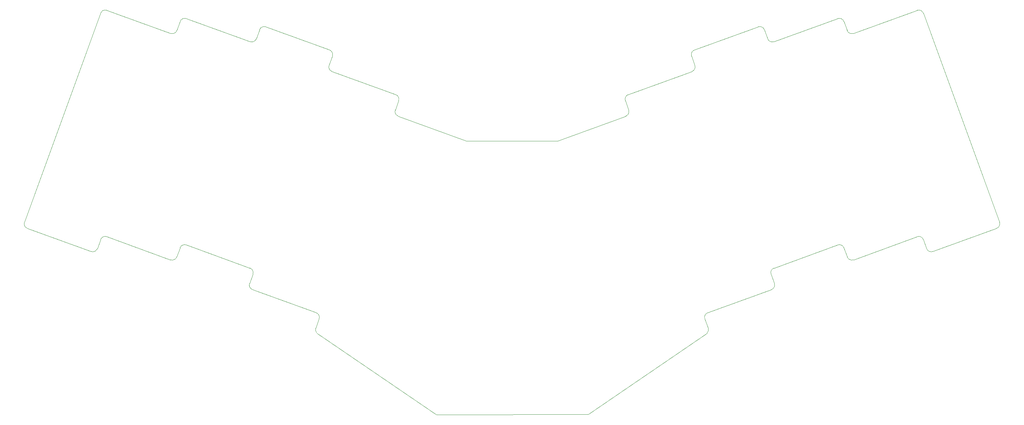
<source format=gbr>
G04 #@! TF.GenerationSoftware,KiCad,Pcbnew,(5.1.4)-1*
G04 #@! TF.CreationDate,2021-01-10T11:51:01-07:00*
G04 #@! TF.ProjectId,ONI-Kyan MKI,4f4e492d-4b79-4616-9e20-4d4b492e6b69,rev?*
G04 #@! TF.SameCoordinates,Original*
G04 #@! TF.FileFunction,Profile,NP*
%FSLAX46Y46*%
G04 Gerber Fmt 4.6, Leading zero omitted, Abs format (unit mm)*
G04 Created by KiCad (PCBNEW (5.1.4)-1) date 2021-01-10 11:51:01*
%MOMM*%
%LPD*%
G04 APERTURE LIST*
%ADD10C,0.050000*%
G04 APERTURE END LIST*
D10*
X124295492Y-134802213D02*
X161659512Y-134659506D01*
X190814649Y-114696719D02*
G75*
G03X191104420Y-113434875I-829131J854596D01*
G01*
X94936550Y-114696717D02*
G75*
G02X94646781Y-113434875I829130J854593D01*
G01*
X94935145Y-114698168D02*
X124295492Y-134802213D01*
X95461220Y-111197222D02*
X94646781Y-113434875D01*
X94749662Y-109671282D02*
G75*
G02X95461220Y-111197222I-407191J-1118749D01*
G01*
X131687288Y-67365627D02*
X154063838Y-67365658D01*
X171557838Y-59731317D02*
G75*
G02X170846232Y-61257365I-1118827J-407221D01*
G01*
X170743398Y-57493668D02*
G75*
G02X171455006Y-55967620I1118828J407220D01*
G01*
X187830178Y-48740502D02*
G75*
G02X187118574Y-50266550I-1118826J-407222D01*
G01*
X187015740Y-46502852D02*
G75*
G02X187727423Y-44976778I1118827J407219D01*
G01*
X203390916Y-39275733D02*
G75*
G02X204916961Y-39987340I407219J-1118826D01*
G01*
X207257493Y-42936498D02*
G75*
G02X205731474Y-42224965I-407267J1118725D01*
G01*
X222921059Y-37235425D02*
G75*
G02X224447135Y-37947105I407174J-1118929D01*
G01*
X226787592Y-40896290D02*
G75*
G02X225261572Y-40184759I-407268J1118724D01*
G01*
X242451186Y-35195294D02*
G75*
G02X243977155Y-35906928I407144J-1118853D01*
G01*
X262709149Y-87372888D02*
G75*
G02X261997615Y-88898905I-1118724J-407265D01*
G01*
X246334075Y-94600050D02*
G75*
G02X244808033Y-93888446I-407219J1118823D01*
G01*
X242467545Y-90939191D02*
G75*
G02X243993590Y-91650792I407222J-1118823D01*
G01*
X226803978Y-96640258D02*
G75*
G02X225277932Y-95928652I-407220J1118826D01*
G01*
X222937445Y-92979393D02*
G75*
G02X224463494Y-93690998I407222J-1118827D01*
G01*
X206562247Y-100206432D02*
G75*
G02X207273884Y-98680463I1118854J407142D01*
G01*
X207376685Y-102444084D02*
G75*
G02X206665108Y-103970207I-1118799J-407297D01*
G01*
X190289905Y-111197250D02*
G75*
G02X191001540Y-109671281I1118853J407143D01*
G01*
X114904995Y-61257290D02*
G75*
G02X114193389Y-59731244I407220J1118826D01*
G01*
X114296220Y-55967546D02*
G75*
G02X115007828Y-57493590I-407218J-1118826D01*
G01*
X98632627Y-50266549D02*
G75*
G02X97920972Y-48740400I407247J1118902D01*
G01*
X98023879Y-44976732D02*
G75*
G02X98735484Y-46502775I-407219J-1118824D01*
G01*
X80834266Y-39987265D02*
G75*
G02X82360312Y-39275657I1118827J-407219D01*
G01*
X80019903Y-42224946D02*
G75*
G02X78493753Y-42936598I-1118901J407249D01*
G01*
X61304246Y-37947083D02*
G75*
G02X62830188Y-37235525I1118750J-407192D01*
G01*
X60489805Y-40184738D02*
G75*
G02X58963657Y-40896392I-1118901J407247D01*
G01*
X41774121Y-35906954D02*
G75*
G02X43300015Y-35195295I1118776J-407117D01*
G01*
X78477320Y-98680465D02*
G75*
G02X79188877Y-100206406I-407192J-1118749D01*
G01*
X79086122Y-103970134D02*
G75*
G02X78374513Y-102444087I407219J1118828D01*
G01*
X61287808Y-93690953D02*
G75*
G02X62813751Y-92979392I1118752J-407191D01*
G01*
X60473341Y-95928676D02*
G75*
G02X58947148Y-96640230I-1118874J407320D01*
G01*
X41757637Y-91650717D02*
G75*
G02X43283681Y-90939111I1118825J-407218D01*
G01*
X40943246Y-93888471D02*
G75*
G02X39417050Y-94600024I-1118875J407322D01*
G01*
X23753480Y-88898949D02*
G75*
G02X23041876Y-87372906I407323J1118871D01*
G01*
X244808033Y-93888446D02*
X243993590Y-91650792D01*
X206665108Y-103970207D02*
X191001540Y-109671281D01*
X187830180Y-48740505D02*
X187015818Y-46502823D01*
X225277932Y-95928652D02*
X224463494Y-93690998D01*
X171557839Y-59731320D02*
X170743399Y-57493668D01*
X187727423Y-44976778D02*
X203390916Y-39275734D01*
X204916961Y-39987340D02*
X205731474Y-42224965D01*
X190814648Y-114696720D02*
X161659512Y-134659506D01*
X206562321Y-100206407D02*
X207376763Y-102444060D01*
X207257521Y-42936572D02*
X222921088Y-37235499D01*
X154063838Y-67365658D02*
X170846232Y-61257365D01*
X222937421Y-92979317D02*
X207273855Y-98680389D01*
X242467546Y-90939187D02*
X226803950Y-96640182D01*
X171455006Y-55967620D02*
X187118574Y-50266550D01*
X261997615Y-88898905D02*
X246334049Y-94599977D01*
X224447135Y-37947105D02*
X225261572Y-40184759D01*
X190289980Y-111197222D02*
X191104421Y-113434875D01*
X243977155Y-35906928D02*
X262709223Y-87372858D01*
X226787619Y-40896368D02*
X242451187Y-35195292D01*
X79086122Y-103970130D02*
X94749661Y-109671281D01*
X79188877Y-100206406D02*
X78374513Y-102444087D01*
X62813751Y-92979392D02*
X78477318Y-98680464D01*
X60473191Y-95928623D02*
X61287733Y-93690924D01*
X43283681Y-90939111D02*
X58947147Y-96640233D01*
X40943095Y-93888417D02*
X41757636Y-91650716D01*
X23753481Y-88898952D02*
X39417050Y-94600025D01*
X41773969Y-35906900D02*
X23041874Y-87372908D01*
X58963657Y-40896392D02*
X43300015Y-35195293D01*
X61304095Y-37947031D02*
X60489729Y-40184709D01*
X78493753Y-42936598D02*
X62830188Y-37235525D01*
X80834268Y-39987263D02*
X80019724Y-42224965D01*
X98023879Y-44976729D02*
X82360312Y-39275657D01*
X97921020Y-48740505D02*
X98735484Y-46502775D01*
X114296221Y-55967545D02*
X98632627Y-50266550D01*
X114193389Y-59731244D02*
X115007828Y-57493590D01*
X131687288Y-67365627D02*
X114904967Y-61257363D01*
M02*

</source>
